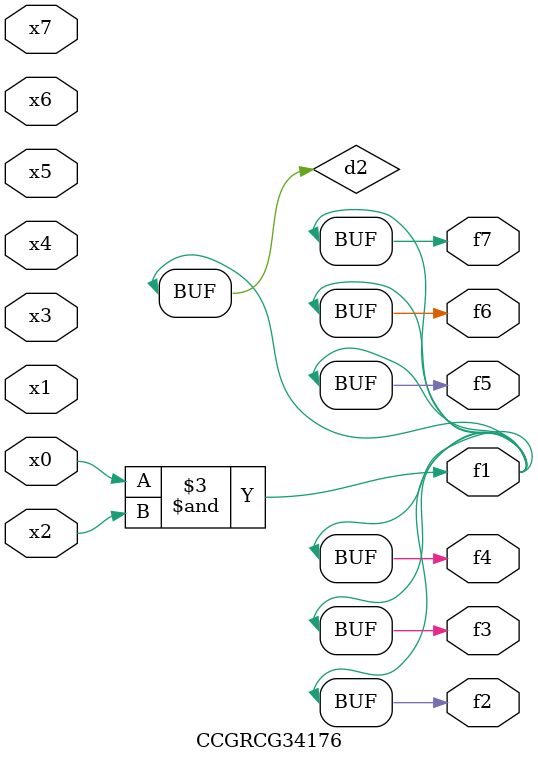
<source format=v>
module CCGRCG34176(
	input x0, x1, x2, x3, x4, x5, x6, x7,
	output f1, f2, f3, f4, f5, f6, f7
);

	wire d1, d2;

	nor (d1, x3, x6);
	and (d2, x0, x2);
	assign f1 = d2;
	assign f2 = d2;
	assign f3 = d2;
	assign f4 = d2;
	assign f5 = d2;
	assign f6 = d2;
	assign f7 = d2;
endmodule

</source>
